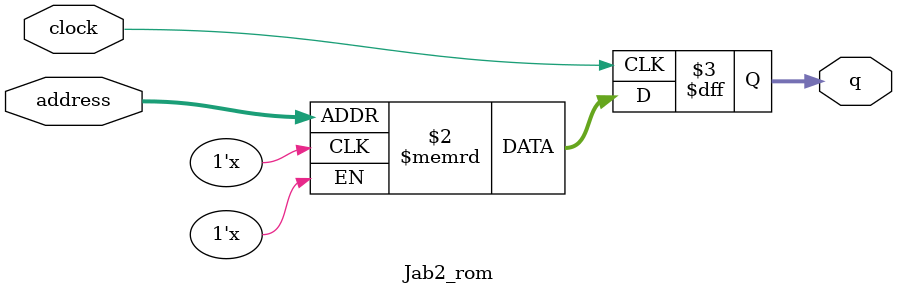
<source format=sv>
module Jab2_rom (
	input logic clock,
	input logic [12:0] address,
	output logic [2:0] q
);

logic [2:0] memory [0:8099] /* synthesis ram_init_file = "./Jab2/Jab2.mif" */;

always_ff @ (posedge clock) begin
	q <= memory[address];
end

endmodule

</source>
